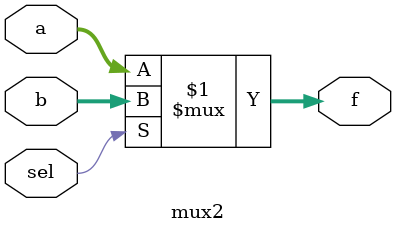
<source format=v>
module mux2 (
    input [7:0] a, b,
    input sel,
    output [7:0] f
);

assign f = sel?b:a;

endmodule

</source>
